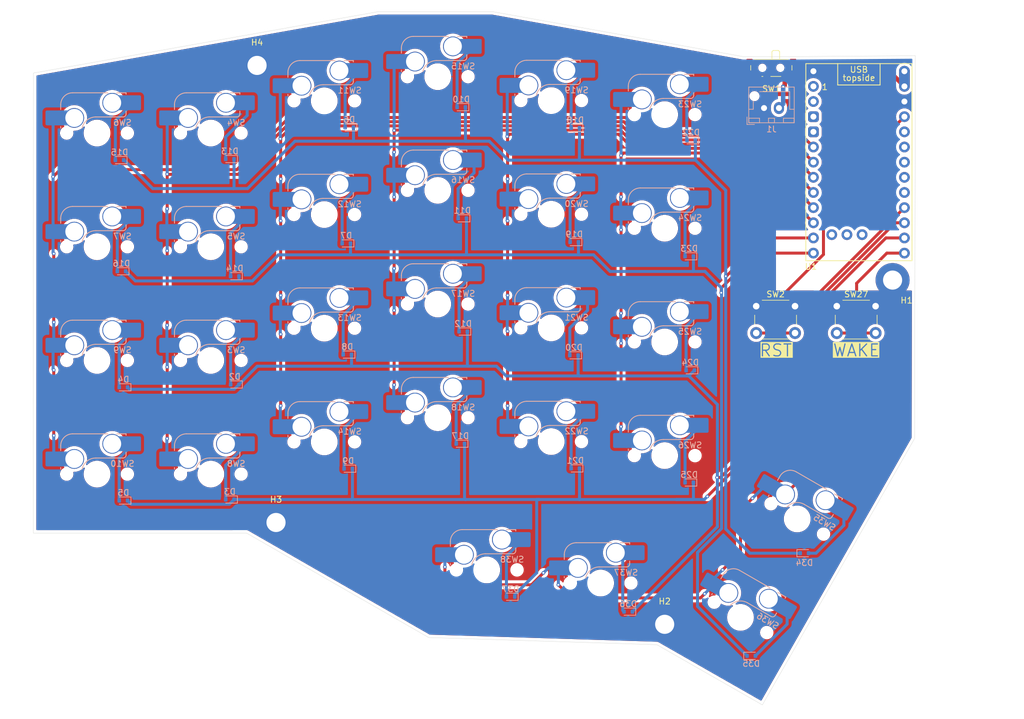
<source format=kicad_pcb>
(kicad_pcb (version 20241229) (generator "pcbnew") (generator_version "9.0")
  (layers (0 "F.Cu" signal) (2 "B.Cu" signal) (13 "F.Paste" user) (15 "B.Paste" user) (5 "F.SilkS" user "F.Silkscreen") (7 "B.SilkS" user "B.Silkscreen") (1 "F.Mask" user) (3 "B.Mask" user) (25 "Edge.Cuts" user))
  (net 0 "")
  (net 1 "GND")
  (net 2 "+BATT")
  (net 3 "Net-(SW1-B)")
  (net 5 "WAKE")
  (net 6 "row2")
  (net 7 "Net-(D2-A)")
  (net 8 "Net-(D3-A)")
  (net 9 "row3")
  (net 10 "Net-(D4-A)")
  (net 11 "Net-(D5-A)")
  (net 12 "row0")
  (net 13 "Net-(D6-A)")
  (net 14 "row1")
  (net 15 "Net-(D7-A)")
  (net 16 "Net-(D8-A)")
  (net 17 "Net-(D9-A)")
  (net 18 "Net-(D10-A)")
  (net 19 "Net-(D11-A)")
  (net 20 "Net-(D12-A)")
  (net 21 "Net-(D13-A)")
  (net 22 "Net-(D14-A)")
  (net 23 "Net-(D15-A)")
  (net 24 "Net-(D16-A)")
  (net 25 "Net-(D17-A)")
  (net 26 "Net-(D18-A)")
  (net 27 "Net-(D19-A)")
  (net 28 "Net-(D20-A)")
  (net 29 "Net-(D21-A)")
  (net 30 "Net-(D22-A)")
  (net 31 "Net-(D23-A)")
  (net 32 "Net-(D24-A)")
  (net 33 "Net-(D25-A)")
  (net 34 "Net-(D34-A)")
  (net 35 "Net-(D35-A)")
  (net 36 "Net-(D36-A)")
  (net 37 "Net-(D37-A)")
  (net 38 "RST")
  (net 47 "col0")
  (net 48 "col1")
  (net 49 "col2")
  (net 50 "col3")
  (net 51 "col5")
  (net 52 "col6")
  (net 53 "col4")
  (footprint "Button_Switch_THT:SW_PUSH_6mm_H5mm" (layer "F.Cu") (at 191.1313 82.807)
    (property "Reference" "SW2")
    (property "Value" "SW_Push")
  )
  (footprint "MountingHole:MountingHole_3.2mm_M3_ISO7380_Pad" (layer "F.Cu") (at 107.54635 42.46295)
    (property "Reference" "H4")
    (property "Value" "MountingHole_Pad")
  )
  (footprint "Button_Switch_THT:SW_PUSH_6mm_H5mm" (layer "F.Cu") (at 204.6242 82.807)
    (property "Reference" "SW27")
    (property "Value" "SW_Push")
  )
  (footprint "MountingHole:MountingHole_3.2mm_M3_ISO7380_Pad" (layer "F.Cu") (at 175.80455 136.11955)
    (property "Reference" "H2")
    (property "Value" "MountingHole_Pad")
  )
  (footprint "MountingHole:MountingHole_3.2mm_M3_ISO7380_Pad" (layer "F.Cu") (at 213.9696 78.4352)
    (property "Reference" "H1")
    (property "Value" "MountingHole_Pad")
  )
  (footprint "MountingHole:MountingHole_3.2mm_M3_ISO7380_Pad" (layer "F.Cu") (at 110.72115 119.055)
    (property "Reference" "H3")
    (property "Value" "MountingHole_Pad")
  )
  (footprint "PCM_marbastlib-xp-promicroish:SuperMini_nRF52840_AH_USBup" (layer "F.Cu") (at 208.3308 59.944)
    (property "Reference" "U1")
    (property "Value" "SuperMini nRF52840")
  )
  (footprint "Button_Switch_SMD:SW_SPDT_PCM12" (layer "F.Cu") (at 193.6628 43.1898 180)
    (property "Reference" "SW1")
    (property "Value" "SW_SPDT")
  )
  (footprint "Diode_SMD:D_SOD-523" (layer "B.Cu") (at 199.2 124.2)
    (property "Reference" "D34")
    (property "Value" "1N4148WT")
  )
  (footprint "PCM_marbastlib-mx:SW_MX_HS_CPG151101S11_1u" (layer "B.Cu") (at 175.800176 69.75 180)
    (property "Reference" "SW24")
    (property "Value" "MX_SW_HS")
  )
  (footprint "Diode_SMD:D_SOD-523" (layer "B.Cu") (at 141.742528 49.456 180)
    (property "Reference" "D10")
    (property "Value" "1N4148WT")
  )
  (footprint "PCM_marbastlib-mx:SW_MX_HS_CPG151101S11_1u" (layer "B.Cu") (at 118.8 67.45 180)
    (property "Reference" "SW12")
    (property "Value" "MX_SW_HS")
  )
  (footprint "PCM_marbastlib-mx:SW_MX_HS_CPG151101S11_1u" (layer "B.Cu") (at 198 118.46 150)
    (property "Reference" "SW35")
    (property "Value" "MX_SW_HS")
  )
  (footprint "PCM_marbastlib-mx:SW_MX_HS_CPG151101S11_1u" (layer "B.Cu") (at 99.8 110.95 180)
    (property "Reference" "SW8")
    (property "Value" "MX_SW_HS")
  )
  (footprint "PCM_marbastlib-mx:SW_MX_HS_CPG151101S11_1u" (layer "B.Cu") (at 118.8 86.5 180)
    (property "Reference" "SW13")
    (property "Value" "MX_SW_HS")
  )
  (footprint "PCM_marbastlib-mx:SW_MX_HS_CPG151101S11_1u" (layer "B.Cu") (at 137.8 63.4 180)
    (property "Reference" "SW16")
    (property "Value" "MX_SW_HS")
  )
  (footprint "PCM_marbastlib-mx:SW_MX_HS_CPG151101S11_1u" (layer "B.Cu") (at 175.8 88.8 180)
    (property "Reference" "SW25")
    (property "Value" "MX_SW_HS")
  )
  (footprint "Connector_JST:JST_XH_B2B-XH-AM_1x02_P2.50mm_Vertical" (layer "B.Cu") (at 192.44075 49.60625)
    (property "Reference" "J1")
    (property "Value" "Conn_01x02")
  )
  (footprint "Diode_SMD:D_SOD-523" (layer "B.Cu") (at 160.667352 72.067 180)
    (property "Reference" "D19")
    (property "Value" "1N4148WT")
  )
  (footprint "Diode_SMD:D_SOD-523" (layer "B.Cu") (at 180.092528 93.554 180)
    (property "Reference" "D24")
    (property "Value" "1N4148WT")
  )
  (footprint "Diode_SMD:D_SOD-523" (layer "B.Cu") (at 179.917528 74.454 180)
    (property "Reference" "D23")
    (property "Value" "1N4148WT")
  )
  (footprint "Diode_SMD:D_SOD-523" (layer "B.Cu") (at 141.917528 68.081 180)
    (property "Reference" "D11")
    (property "Value" "1N4148WT")
  )
  (footprint "PCM_marbastlib-mx:SW_MX_HS_CPG151101S11_1u" (layer "B.Cu") (at 175.800176 107.85 180)
    (property "Reference" "SW26")
    (property "Value" "MX_SW_HS")
  )
  (footprint "PCM_marbastlib-mx:SW_MX_HS_CPG151101S11_1u" (layer "B.Cu") (at 156.8 86.45 180)
    (property "Reference" "SW21")
    (property "Value" "MX_SW_HS")
  )
  (footprint "PCM_marbastlib-mx:SW_MX_HS_CPG151101S11_1u" (layer "B.Cu") (at 165.08 129.2 180)
    (property "Reference" "SW37")
    (property "Value" "MX_SW_HS")
  )
  (footprint "Diode_SMD:D_SOD-523" (layer "B.Cu") (at 169.7 134 180)
    (property "Reference" "D36")
    (property "Value" "1N4148WT")
  )
  (footprint "PCM_marbastlib-mx:SW_MX_HS_CPG151101S11_1u" (layer "B.Cu") (at 80.750176 72.85 180)
    (property "Reference" "SW7")
    (property "Value" "MX_SW_HS")
  )
  (footprint "PCM_marbastlib-mx:SW_MX_HS_CPG151101S11_1u" (layer "B.Cu") (at 156.799824 67.4 180)
    (property "Reference" "SW20")
    (property "Value" "MX_SW_HS")
  )
  (footprint "Diode_SMD:D_SOD-523" (layer "B.Cu") (at 142.067528 87.056 180)
    (property "Reference" "D12")
    (property "Value" "1N4148WT")
  )
  (footprint "PCM_marbastlib-mx:SW_MX_HS_CPG151101S11_1u" (layer "B.Cu") (at 146 127 180)
    (property "Reference" "SW38")
    (property "Value" "MX_SW_HS")
  )
  (footprint "Diode_SMD:D_SOD-523" (layer "B.Cu") (at 160.617352 91.042 180)
    (property "Reference" "D20")
    (property "Value" "1N4148WT")
  )
  (footprint "Diode_SMD:D_SOD-523" (layer "B.Cu") (at 122.667352 90.917 180)
    (property "Reference" "D8")
    (property "Value" "1N4148WT")
  )
  (footprint "PCM_marbastlib-mx:SW_MX_HS_CPG151101S11_1u" (layer "B.Cu") (at 156.799824 48.35 180)
    (property "Reference" "SW19")
    (property "Value" "MX_SW_HS")
  )
  (footprint "PCM_marbastlib-mx:SW_MX_HS_CPG151101S11_1u" (layer "B.Cu") (at 137.8 82.45 180)
    (property "Reference" "SW17")
    (property "Value" "MX_SW_HS")
  )
  (footprint "Diode_SMD:D_SOD-523" (layer "B.Cu") (at 179.917528 112.354 180)
    (property "Reference" "D25")
    (property "Value" "1N4148WT")
  )
  (footprint "Diode_SMD:D_SOD-523" (layer "B.Cu") (at 85.167528 115.379 180)
    (property "Reference" "D5")
    (property "Value" "1N4148WT")
  )
  (footprint "Diode_SMD:D_SOD-523" (layer "B.Cu") (at 103.817528 95.929 180)
    (property "Reference" "D2")
    (property "Value" "1N4148WT")
  )
  (footprint "Diode_SMD:D_SOD-523" (layer "B.Cu") (at 102.992528 58.154 180)
    (property "Reference" "D13")
    (property "Value" "1N4148WT")
  )
  (footprint "Diode_SMD:D_SOD-523" (layer "B.Cu") (at 160.842352 109.992 180)
    (property "Reference" "D21")
    (property "Value" "1N4148WT")
  )
  (footprint "PCM_marbastlib-mx:SW_MX_HS_CPG151101S11_1u" (layer "B.Cu") (at 188.5 134.96 150)
    (property "Reference" "SW36")
    (property "Value" "MX_SW_HS")
  )
  (footprint "PCM_marbastlib-mx:SW_MX_HS_CPG151101S11_1u" (layer "B.Cu") (at 80.750176 91.9 180)
    (property "Reference" "SW9")
    (property "Value" "MX_SW_HS")
  )
  (footprint "Diode_SMD:D_SOD-523" (layer "B.Cu") (at 102.992528 115.204 180)
    (property "Reference" "D3")
    (property "Value" "1N4148WT")
  )
  (footprint "Diode_SMD:D_SOD-523" (layer "B.Cu") (at 141.592528 105.856 180)
    (property "Reference" "D17")
    (property "Value" "1N4148WT")
  )
  (footprint "Diode_SMD:D_SOD-523" (layer "B.Cu") (at 103.817528 77.779 180)
    (property "Reference" "D14")
    (property "Value" "1N4148WT")
  )
  (footprint "PCM_marbastlib-mx:SW_MX_HS_CPG151101S11_1u" (layer "B.Cu") (at 156.8 105.5 180)
    (property "Reference" "SW22")
    (property "Value" "MX_SW_HS")
  )
  (footprint "Diode_SMD:D_SOD-523" (layer "B.Cu") (at 85.167528 96.404 180)
    (property "Reference" "D4")
    (property "Value" "1N4148WT")
  )
  (footprint "PCM_marbastlib-mx:SW_MX_HS_CPG151101S11_1u" (layer "B.Cu") (at 80.750176 53.8 180)
    (property "Reference" "SW6")
    (property "Value" "MX_SW_HS")
  )
  (footprint "PCM_marbastlib-mx:SW_MX_HS_CPG151101S11_1u" (layer "B.Cu") (at 137.800176 101.5 180)
    (property "Reference" "SW18")
    (property "Value" "MX_SW_HS")
  )
  (footprint "Diode_SMD:D_SOD-523" (layer "B.Cu") (at 122.492352 72.292 180)
    (property "Reference" "D7")
    (property "Value" "1N4148WT")
  )
  (footprint "Diode_SMD:D_SOD-523" (layer "B.Cu") (at 122.992352 52.842 180)
    (property "Reference" "D6")
    (property "Value" "1N4148WT")
  )
  (footprint "PCM_marbastlib-mx:SW_MX_HS_CPG151101S11_1u" (layer "B.Cu") (at 99.800176 91.9 180)
    (property "Reference" "SW3")
    (property "Value" "MX_SW_HS")
  )
  (footprint "PCM_marbastlib-mx:SW_MX_HS_CPG151101S11_1u" (layer "B.Cu") (at 80.75 110.95 180)
    (property "Reference" "SW10")
    (property "Value" "MX_SW_HS")
  )
  (footprint "Diode_SMD:D_SOD-523" (layer "B.Cu") (at 150.005 131.5 180)
    (property "Reference" "D37")
    (property "Value" "1N4148WT")
  )
  (footprint "PCM_marbastlib-mx:SW_MX_HS_CPG151101S11_1u" (layer "B.Cu") (at 118.799824 105.55 180)
    (property "Reference" "SW14")
    (property "Value" "MX_SW_HS")
  )
  (footprint "PCM_marbastlib-mx:SW_MX_HS_CPG151101S11_1u" (layer "B.Cu") (at 99.8 53.8 180)
    (property "Reference" "SW4")
    (property "Value" "MX_SW_HS")
  )
  (footprint "PCM_marbastlib-mx:SW_MX_HS_CPG151101S11_1u" (layer "B.Cu") (at 175.800176 50.7 180)
    (property "Reference" "SW23")
    (property "Value" "MX_SW_HS")
  )
  (footprint "Diode_SMD:D_SOD-523" (layer "B.Cu") (at 122.817352 110.042 180)
    (property "Reference" "D9")
    (property "Value" "1N4148WT")
  )
  (footprint "Diode_SMD:D_SOD-523" (layer "B.Cu") (at 160.842352 52.942 180)
    (property "Reference" "D18")
    (property "Value" "1N4148WT")
  )
  (footprint "PCM_marbastlib-mx:SW_MX_HS_CPG151101S11_1u" (layer "B.Cu") (at 99.8 72.85 180)
    (property "Reference" "SW5")
    (property "Value" "MX_SW_HS")
  )
  (footprint "Diode_SMD:D_SOD-523" (layer "B.Cu") (at 84.517528 58.329 180)
    (property "Reference" "D15")
    (property "Value" "1N4148WT")
  )
  (footprint "Diode_SMD:D_SOD-523" (layer "B.Cu") (at 84.842528 76.954 180)
    (property "Reference" "D16")
    (property "Value" "1N4148WT")
  )
  (footprint "Diode_SMD:D_SOD-523" (layer "B.Cu") (at 180.242528 55.004 180)
    (property "Reference" "D22")
    (property "Value" "1N4148WT")
  )
  (footprint "Diode_SMD:D_SOD-523" (layer "B.Cu") (at 190.3 141.4)
    (property "Reference" "D35")
    (property "Value" "1N4148WT")
  )
  (footprint "PCM_marbastlib-mx:SW_MX_HS_CPG151101S11_1u" (layer "B.Cu") (at 137.800176 44.35 180)
    (property "Reference" "SW15")
    (property "Value" "MX_SW_HS")
  )
  (footprint "PCM_marbastlib-mx:SW_MX_HS_CPG151101S11_1u" (layer "B.Cu") (at 118.8 48.4 180)
    (property "Reference" "SW11")
    (property "Value" "MX_SW_HS")
  )
  (gr_poly (pts (xy 192.164 149.62605) (xy 174.504 139.5388) (xy 136.304 138.3388) (xy 105.804 120.8388) (xy 70.0816 120.8416) (xy 70.104 43.7388) (xy 127.904 33.4388) (xy 146.904 33.4388) (xy 188.924001 40.9813) (xy 198.024001 40.9813) (xy 217.7808 40.8356) (xy 217.6556 104.992)) (stroke (width 0.05)) (fill no) (layer "Edge.Cuts"))
  (gr_text "RST\n" (at 191.567014 91.3892 0) (layer "F.SilkS" knockout) (effects (font (size 2 2) (thickness 0.2)) (justify left bottom)))
  (gr_text "WAKE" (at 203.869438 91.3892 0) (layer "F.SilkS" knockout) (effects (font (size 2 2) (thickness 0.2)) (justify left bottom)))
  (segment (start 195.9128 45.76885) (end 195.64705 46.0346) (width 0.75) (layer "F.Cu") (net 2))
  (segment (start 195.9128 44.6198) (end 195.9128 45.76885) (width 0.75) (layer "F.Cu") (net 2))
  (via (at 195.64705 46.0346) (size 0.6) (drill 0.3) (layers "F.Cu" "B.Cu") (net 2))
  (segment (start 195.64705 48.89995) (end 194.94075 49.60625) (width 0.75) (layer "B.Cu") (net 2))
  (segment (start 195.64705 46.0346) (end 195.64705 48.89995) (width 0.75) (layer "B.Cu") (net 2))
  (segment (start 197.6313 47.22515) (end 198.82185 46.0346) (width 0.75) (layer "F.Cu") (net 3))
  (segment (start 194.05965 47.22515) (end 197.6313 47.22515) (width 0.75) (layer "F.Cu") (net 3))
  (segment (start 201.592558 41.959) (end 201.746758 42.1132) (width 0.75) (layer "F.Cu") (net 3))
  (segment (start 198.82185 46.0346) (end 198.82185 42.714571) (width 0.75) (layer "F.Cu") (net 3))
  (segment (start 212.09 42.1132) (end 215.9508 45.974) (width 0.75) (layer "F.Cu") (net 3))
  (segment (start 201.746758 42.1132) (end 212.09 42.1132) (width 0.75) (layer "F.Cu") (net 3))
  (segment (start 198.82185 42.714571) (end 199.577421 41.959) (width 0.75) (layer "F.Cu") (net 3))
  (segment (start 199.577421 41.959) (end 201.592558 41.959) (width 0.75) (layer "F.Cu") (net 3))
  (segment (start 192.9128 46.0783) (end 194.05965 47.22515) (width 0.75) (layer "F.Cu") (net 3))
  (segment (start 192.9128 44.6198) (end 192.9128 46.0783) (width 0.75) (layer "F.Cu") (net 3))
  (segment (start 204.6242 87.307) (end 207.9494 87.307) (width 0.5) (layer "F.Cu") (net 5))
  (segment (start 207.9494 87.307) (end 207.9494 78.97315) (width 0.5) (layer "F.Cu") (net 5))
  (segment (start 207.9494 87.307) (end 211.1242 87.307) (width 0.5) (layer "F.Cu") (net 5))
  (segment (start 207.9494 78.97315) (end 213.00855 73.914) (width 0.5) (layer "F.Cu") (net 5))
  (segment (start 213.00855 73.914) (end 215.9508 73.914) (width 0.5) (layer "F.Cu") (net 5))
  (segment (start 200.59665 81.64815) (end 215.9508 66.294) (width 0.5) (layer "F.Cu") (net 6))
  (segment (start 184.57895 111.51485) (end 185.1327 111.51485) (width 0.5) (layer "F.Cu") (net 6))
  (segment (start 185.1327 111.51485) (end 200.59665 96.0509) (width 0.5) (layer "F.Cu") (net 6))
  (segment (start 200.59665 96.0509) (end 200.59665 81.64815) (width 0.5) (layer "F.Cu") (net 6))
  (via (at 184.57895 111.51485) (size 0.6) (drill 0.3) (layers "F.Cu" "B.Cu") (net 6))
  (segment (start 142.767528 92.764428) (end 142.866 92.8629) (width 0.5) (layer "B.Cu") (net 6))
  (segment (start 123.42035 92.8629) (end 107.583628 92.8629) (width 0.5) (layer "B.Cu") (net 6))
  (segment (start 123.367352 90.917) (end 123.367352 92.809902) (width 0.5) (layer "B.Cu") (net 6))
  (segment (start 103.717528 96.729) (end 104.517528 95.929) (width 0.5) (layer "B.Cu") (net 6))
  (segment (start 184.62895 119.77105) (end 184.62895 99.282422) (width 0.5) (layer "B.Cu") (net 6))
  (segment (start 142.767528 87.056) (end 142.767528 92.764428) (width 0.5) (layer "B.Cu") (net 6))
  (segment (start 179.846528 94.5) (end 180.792528 93.554) (width 0.5) (layer "B.Cu") (net 6))
  (segment (start 86.192528 96.729) (end 103.717528 96.729) (width 0.5) (layer "B.Cu") (net 6))
  (segment (start 142.866 92.8629) (end 123.42035 92.8629) (width 0.5) (layer "B.Cu") (net 6))
  (segment (start 161.51795 94.5) (end 149.2653 94.5) (width 0.5) (layer "B.Cu") (net 6))
  (segment (start 123.367352 92.809902) (end 123.42035 92.8629) (width 0.5) (layer "B.Cu") (net 6))
  (segment (start 149.2653 94.5) (end 147.6282 92.8629) (width 0.5) (layer "B.Cu") (net 6))
  (segment (start 184.62895 99.282422) (end 179.846528 94.5) (width 0.5) (layer "B.Cu") (net 6))
  (segment (start 170.4 134) (end 184.62895 119.77105) (width 0.5) (layer "B.Cu") (net 6))
  (segment (start 107.583628 92.8629) (end 104.517528 95.929) (width 0.5) (layer "B.Cu") (net 6))
  (segment (start 161.317352 94.299402) (end 161.51795 94.5) (width 0.5) (layer "B.Cu") (net 6))
  (segment (start 85.867528 96.404) (end 86.192528 96.729) (width 0.5) (layer "B.Cu") (net 6))
  (segment (start 161.317352 91.042) (end 161.317352 94.299402) (width 0.5) (layer "B.Cu") (net 6))
  (segment (start 179.846528 94.5) (end 161.51795 94.5) (width 0.5) (layer "B.Cu") (net 6))
  (segment (start 147.6282 92.8629) (end 142.866 92.8629) (width 0.5) (layer "B.Cu") (net 6))
  (segment (start 105.890176 86.82) (end 103.117528 89.592648) (width 0.5) (layer "B.Cu") (net 7))
  (segment (start 103.117528 89.592648) (end 103.117528 95.929) (width 0.5) (layer "B.Cu") (net 7))
  (segment (start 102.2939 109.4661) (end 102.2939 115.202628) (width 0.5) (layer "B.Cu") (net 8))
  (segment (start 105.89 105.87) (end 102.2939 109.4661) (width 0.5) (layer "B.Cu") (net 8))
  (segment (start 102.2939 115.202628) (end 102.292528 115.204) (width 0.5) (layer "B.Cu") (net 8))
  (segment (start 214.40075 68.834) (end 215.9508 68.834) (width 0.5) (layer "F.Cu") (net 9))
  (segment (start 201.29665 81.9381) (end 214.40075 68.834) (width 0.5) (layer "F.Cu") (net 9))
  (segment (start 201.29665 96.34085) (end 201.29665 81.9381) (width 0.5) (layer "F.Cu") (net 9))
  (segment (start 182.94785 114.68965) (end 201.29665 96.34085) (width 0.5) (layer "F.Cu") (net 9))
  (via (at 182.94785 114.68965) (size 0.6) (drill 0.3) (layers "F.Cu" "B.Cu") (net 9))
  (segment (start 180.617528 112.354) (end 180.617528 115.153222) (width 0.5) (layer "B.Cu") (net 9))
  (segment (start 182.4335 115.204) (end 177.767528 115.204) (width 0.5) (layer "B.Cu") (net 9))
  (segment (start 180.617528 115.153222) (end 180.56675 115.204) (width 0.5) (layer "B.Cu") (net 9))
  (segment (start 161.542352 109.992) (end 161.542352 115.179598) (width 0.5) (layer "B.Cu") (net 9))
  (segment (start 123.517352 115.106998) (end 123.42035 115.204) (width 0.5) (layer "B.Cu") (net 9))
  (segment (start 123.42035 115.204) (end 103.692528 115.204) (width 0.5) (layer "B.Cu") (net 9))
  (segment (start 150.705 131.150001) (end 154.37465 127.480351) (width 0.5) (layer "B.Cu") (net 9))
  (segment (start 154.37465 115.204) (end 154.7715 115.204) (width 0.5) (layer "B.Cu") (net 9))
  (segment (start 123.517352 110.042) (end 123.517352 115.106998) (width 0.5) (layer "B.Cu") (net 9))
  (segment (start 142.292528 105.856) (end 142.292528 115.027378) (width 0.5) (layer "B.Cu") (net 9))
  (segment (start 182.94785 114.68965) (end 182.4335 115.204) (width 0.5) (layer "B.Cu") (net 9))
  (segment (start 154.37465 127.480351) (end 154.37465 115.204) (width 0.5) (layer "B.Cu") (net 9))
  (segment (start 86.492528 116.004) (end 102.892528 116.004) (width 0.5) (layer "B.Cu") (net 9))
  (segment (start 150.705 131.5) (end 150.705 131.150001) (width 0.5) (layer "B.Cu") (net 9))
  (segment (start 154.7715 115.204) (end 142.46915 115.204) (width 0.5) (layer "B.Cu") (net 9))
  (segment (start 102.892528 116.004) (end 103.692528 115.204) (width 0.5) (layer "B.Cu") (net 9))
  (segment (start 161.51795 115.204) (end 154.7715 115.204) (width 0.5) (layer "B.Cu") (net 9))
  (segment (start 177.767528 115.204) (end 161.51795 115.204) (width 0.5) (layer "B.Cu") (net 9))
  (segment (start 142.46915 115.204) (end 123.42035 115.204) (width 0.5) (layer "B.Cu") (net 9))
  (segment (start 180.56675 115.204) (end 177.767528 115.204) (width 0.5) (layer "B.Cu") (net 9))
  (segment (start 161.542352 115.179598) (end 161.51795 115.204) (width 0.5) (layer "B.Cu") (net 9))
  (segment (start 142.292528 115.027378) (end 142.46915 115.204) (width 0.5) (layer "B.Cu") (net 9))
  (segment (start 85.867528 115.379) (end 86.492528 116.004) (width 0.5) (layer "B.Cu") (net 9))
  (segment (start 84.455176 89.205) (end 84.455176 96.391648) (width 0.5) (layer "B.Cu") (net 10))
  (segment (start 86.840176 86.82) (end 84.455176 89.205) (width 0.5) (layer "B.Cu") (net 10))
  (segment (start 84.455176 96.391648) (end 84.467528 96.404) (width 0.5) (layer "B.Cu") (net 10))
  (segment (start 84.455 115.366472) (end 84.467528 115.379) (width 0.5) (layer "B.Cu") (net 11))
  (segment (start 86.84 105.87) (end 84.455 108.255) (width 0.5) (layer "B.Cu") (net 11))
  (segment (start 84.455 108.255) (end 84.455 115.366472) (width 0.5) (layer "B.Cu") (net 11))
  (segment (start 186.12265 77.7826) (end 192.53125 71.374) (width 0.5) (layer "F.Cu") (net 12))
  (segment (start 186.02895 77.7826) (end 186.12265 77.7826) (width 0.5) (layer "F.Cu") (net 12))
  (segment (start 192.53125 71.374) (end 200.7108 71.374) (width 0.5) (layer "F.Cu") (net 12))
  (via (at 186.02895 77.7826) (size 0.6) (drill 0.3) (layers "F.Cu" "B.Cu") (net 12))
  (segment (start 103.692528 58.154) (end 103.692528 62.984472) (width 0.5) (layer "B.Cu") (net 12))
  (segment (start 103.692528 62.984472) (end 103.57785 63.09915) (width 0.5) (layer "B.Cu") (net 12))
  (segment (start 186.02895 77.7826) (end 186.02895 63.4023) (width 0.5) (layer "B.Cu") (net 12))
  (segment (start 113.89595 55.16215) (end 105.95895 63.09915) (width 0.5) (layer "B.Cu") (net 12))
  (segment (start 161.51795 58.33695) (end 149.61245 58.33695) (width 0.5) (layer "B.Cu") (net 12))
  (segment (start 123.692352 52.842) (end 123.692352 55.16215) (width 0.5) (layer "B.Cu") (net 12))
  (segment (start 142.99535 55.16215) (end 142.46915 55.16215) (width 0.5) (layer "B.Cu") (net 12))
  (segment (start 180.942528 55.004) (end 180.942528 58.315878) (width 0.5) (layer "B.Cu") (net 12))
  (segment (start 103.57785 63.09915) (end 90.08495 63.09915) (width 0.5) (layer "B.Cu") (net 12))
  (segment (start 146.43765 55.16215) (end 142.99535 55.16215) (width 0.5) (layer "B.Cu") (net 12))
  (segment (start 142.442528 55.135528) (end 142.442528 49.456) (width 0.5) (layer "B.Cu") (net 12))
  (segment (start 85.3148 58.329) (end 85.217528 58.329) (width 0.5) (layer "B.Cu") (net 12))
  (segment (start 186.02895 63.4023) (end 180.9636 58.33695) (width 0.5) (layer "B.Cu") (net 12))
  (segment (start 142.46915 55.16215) (end 142.442528 55.135528) (width 0.5) (layer "B.Cu") (net 12))
  (segment (start 161.542352 52.942) (end 161.542352 55.534598) (width 0.5) (layer "B.Cu") (net 12))
  (segment (start 180.942528 58.315878) (end 180.9636 58.33695) (width 0.5) (layer "B.Cu") (net 12))
  (segment (start 142.99535 55.16215) (end 113.89595 55.16215) (width 0.5) (layer "B.Cu") (net 12))
  (segment (start 180.9636 58.33695) (end 161.51795 58.33695) (width 0.5) (layer "B.Cu") (net 12))
  (segment (start 149.61245 58.33695) (end 146.43765 55.16215) (width 0.5) (layer "B.Cu") (net 12))
  (segment (start 161.51795 55.559) (end 161.51795 58.33695) (width 0.5) (layer "B.Cu") (net 12))
  (segment (start 186.02895 120.15185) (end 190.0771 124.2) (width 0.5) (layer "B.Cu") (net 12))
  (segment (start 186.02895 77.7826) (end 186.02895 120.15185) (width 0.5) (layer "B.Cu") (net 12))
  (segment (start 90.08495 63.09915) (end 85.3148 58.329) (width 0.5) (layer "B.Cu") (net 12))
  (segment (start 161.542352 55.534598) (end 161.51795 55.559) (width 0.5) (layer "B.Cu") (net 12))
  (segment (start 105.95895 63.09915) (end 103.57785 63.09915) (width 0.5) (layer "B.Cu") (net 12))
  (segment (start 190.0771 124.2) (end 198.5 124.2) (width 0.5) (layer "B.Cu") (net 12))
  (segment (start 122.292352 45.917648) (end 124.89 43.32) (width 0.5) (layer "B.Cu") (net 13))
  (segment (start 122.292352 52.842) (end 122.292352 45.917648) (width 0.5) (layer "B.Cu") (net 13))
  (segment (start 185.27895 80.56055) (end 185.27895 79.76685) (width 0.5) (layer "F.Cu") (net 14))
  (segment (start 191.1318 73.914) (end 200.7108 73.914) (width 0.5) (layer "F.Cu") (net 14))
  (segment (start 185.27895 79.76685) (end 191.1318 73.914) (width 0.5) (layer "F.Cu") (net 14))
  (via (at 185.27895 80.56055) (size 0.6) (drill 0.3) (layers "F.Cu" "B.Cu") (net 14))
  (segment (start 111.118 74.21095) (end 106.75265 78.5763) (width 0.5) (layer "B.Cu") (net 14))
  (segment (start 87.167528 78.579) (end 103.717528 78.579) (width 0.5) (layer "B.Cu") (net 14))
  (segment (start 104.7684 78.5763) (end 103.720228 78.5763) (width 0.5) (layer "B.Cu") (net 14))
  (segment (start 104.517528 78.325428) (end 104.7684 78.5763) (width 0.5) (layer "B.Cu") (net 14))
  (segment (start 180.617528 76.938122) (end 180.56675 76.9889) (width 0.5) (layer "B.Cu") (net 14))
  (segment (start 142.46915 74.21095) (end 123.0235 74.21095) (width 0.5) (layer "B.Cu") (net 14))
  (segment (start 142.617528 68.081) (end 142.617528 74.062572) (width 0.5) (layer "B.Cu") (net 14))
  (segment (start 161.367352 72.067) (end 161.367352 74.060352) (width 0.5) (layer "B.Cu") (net 14))
  (segment (start 161.367352 74.060352) (end 161.51795 74.21095) (width 0.5) (layer "B.Cu") (net 14))
  (segment (start 123.192352 72.292) (end 123.192352 74.042098) (width 0.5) (layer "B.Cu") (net 14))
  (segment (start 181.30566 124.08429) (end 185.32895 120.061) (width 0.5) (layer "B.Cu") (net 14))
  (segment (start 189.6 141.4) (end 181.30566 133.10566) (width 0.5) (layer "B.Cu") (net 14))
  (segment (start 181.30566 133.10566) (end 181.30566 124.08429) (width 0.5) (layer "B.Cu") (net 14))
  (segment (start 182.551 76.9889) (end 180.56675 76.9889) (width 0.5) (layer "B.Cu") (net 14))
  (segment (start 106.75265 78.5763) (end 104.7684 78.5763) (width 0.5) (layer "B.Cu") (net 14))
  (segment (start 142.617528 74.062572) (end 142.46915 74.21095) (width 0.5) (layer "B.Cu") (net 14))
  (segment (start 103.720228 78.5763) (end 103.717528 78.579) (width 0.5) (layer "B.Cu") (net 14))
  (segment (start 161.51795 74.21095) (end 142.46915 74.21095) (width 0.5) (layer "B.Cu") (net 14))
  (segment (start 123.0235 74.21095) (end 111.118 74.21095) (width 0.5) (layer "B.Cu") (net 14))
  (segment (start 104.517528 77.779) (end 104.517528 78.325428) (width 0.5) (layer "B.Cu") (net 14))
  (segment (start 123.192352 74.042098) (end 123.0235 74.21095) (width 0.5) (layer "B.Cu") (net 14))
  (segment (start 180.617528 74.454) (end 180.617528 76.938122) (width 0.5) (layer "B.Cu") (net 14))
  (segment (start 85.542528 76.954) (end 87.167528 78.579) (width 0.5) (layer "B.Cu") (net 14))
  (segment (start 185.32895 120.061) (end 185.32895 79.76685) (width 0.5) (layer "B.Cu") (net 14))
  (segment (start 166.677 76.9889) (end 163.89905 74.21095) (width 0.5) (layer "B.Cu") (net 14))
  (segment (start 185.32895 79.76685) (end 182.551 76.9889) (width 0.5) (layer "B.Cu") (net 14))
  (segment (start 163.89905 74.21095) (end 161.51795 74.21095) (width 0.5) (layer "B.Cu") (net 14))
  (segment (start 180.56675 76.9889) (end 166.677 76.9889) (width 0.5) (layer "B.Cu") (net 14))
  (segment (start 121.792352 65.467648) (end 121.792352 72.292) (width 0.5) (layer "B.Cu") (net 15))
  (segment (start 124.89 62.37) (end 121.792352 65.467648) (width 0.5) (layer "B.Cu") (net 15))
  (segment (start 121.967352 84.342648) (end 121.967352 90.917) (width 0.5) (layer "B.Cu") (net 16))
  (segment (start 124.89 81.42) (end 121.967352 84.342648) (width 0.5) (layer "B.Cu") (net 16))
  (segment (start 122.117352 103.242472) (end 122.117352 110.042) (width 0.5) (layer "B.Cu") (net 17))
  (segment (start 124.889824 100.47) (end 122.117352 103.242472) (width 0.5) (layer "B.Cu") (net 17))
  (segment (start 141.042528 42.117648) (end 143.890176 39.27) (width 0.5) (layer "B.Cu") (net 18))
  (segment (start 141.042528 49.456) (end 141.042528 42.117648) (width 0.5) (layer "B.Cu") (net 18))
  (segment (start 143.89 60.445456) (end 141.217528 63.117928) (width 0.5) (layer "B.Cu") (net 19))
  (segment (start 141.217528 63.117928) (end 141.217528 68.081) (width 0.5) (layer "B.Cu") (net 19))
  (segment (start 143.89 58.32) (end 143.89 60.445456) (width 0.5) (layer "B.Cu") (net 19))
  (segment (start 143.89 77.37) (end 141.367528 79.892472) (width 0.5) (layer "B.Cu") (net 20))
  (segment (start 141.367528 79.892472) (end 141.367528 87.056) (width 0.5) (layer "B.Cu") (net 20))
  (segment (start 102.292528 58.154) (end 102.292528 54.442928) (width 0.5) (layer "B.Cu") (net 21))
  (segment (start 105.89 50.845456) (end 105.89 48.72) (width 0.5) (layer "B.Cu") (net 21))
  (segment (start 102.292528 54.442928) (end 105.89 50.845456) (width 0.5) (layer "B.Cu") (net 21))
  (segment (start 105.89 67.77) (end 103.117528 70.542472) (width 0.5) (layer "B.Cu") (net 22))
  (segment (start 103.117528 70.542472) (end 103.117528 77.779) (width 0.5) (layer "B.Cu") (net 22))
  (segment (start 83.817528 51.742648) (end 83.817528 58.329) (width 0.5) (layer "B.Cu") (net 23))
  (segment (start 86.840176 48.72) (end 83.817528 51.742648) (width 0.5) (layer "B.Cu") (net 23))
  (segment (start 84.142528 76.954) (end 84.142528 70.467648) (width 0.5) (layer "B.Cu") (net 24))
  (segment (start 84.142528 70.467648) (end 86.840176 67.77) (width 0.5) (layer "B.Cu") (net 24))
  (segment (start 140.892528 99.417648) (end 140.892528 105.856) (width 0.5) (layer "B.Cu") (net 25))
  (segment (start 143.890176 96.42) (end 140.892528 99.417648) (width 0.5) (layer "B.Cu") (net 25))
  (segment (start 160.142352 46.017472) (end 162.889824 43.27) (width 0.5) (layer "B.Cu") (net 26))
  (segment (start 160.142352 52.942) (end 160.142352 46.017472) (width 0.5) (layer "B.Cu") (net 26))
  (segment (start 159.967352 65.242472) (end 159.967352 72.067) (width 0.5) (layer "B.Cu") (net 27))
  (segment (start 162.889824 62.32) (end 159.967352 65.242472) (width 0.5) (layer "B.Cu") (net 27))
  (segment (start 159.917352 91.042) (end 159.917352 86.468104) (width 0.5) (layer "B.Cu") (net 28))
  (segment (start 162.89 83.495456) (end 162.89 81.37) (width 0.5) (layer "B.Cu") (net 28))
  (segment (start 159.917352 86.468104) (end 162.89 83.495456) (width 0.5) (layer "B.Cu") (net 28))
  (segment (start 160.142352 103.167648) (end 160.142352 109.992) (width 0.5) (layer "B.Cu") (net 29))
  (segment (start 162.89 100.42) (end 160.142352 103.167648) (width 0.5) (layer "B.Cu") (net 29))
  (segment (start 179.542528 55.004) (end 179.505176 54.966648) (width 0.5) (layer "B.Cu") (net 30))
  (segment (start 179.505176 54.966648) (end 179.505176 48.005) (width 0.5) (layer "B.Cu") (net 30))
  (segment (start 179.505176 48.005) (end 181.890176 45.62) (width 0.5) (layer "B.Cu") (net 30))
  (segment (start 179.217528 67.342648) (end 179.217528 74.454) (width 0.5) (layer "B.Cu") (net 31))
  (segment (start 181.890176 64.67) (end 179.217528 67.342648) (width 0.5) (layer "B.Cu") (net 31))
  (segment (start 179.392528 93.554) (end 179.392528 86.217472) (width 0.5) (layer "B.Cu") (net 32))
  (segment (start 179.392528 86.217472) (end 181.89 83.72) (width 0.5) (layer "B.Cu") (net 32))
  (segment (start 181.890176 102.77) (end 179.217528 105.442648) (width 0.5) (layer "B.Cu") (net 33))
  (segment (start 179.217528 105.442648) (end 179.217528 112.354) (width 0.5) (layer "B.Cu") (net 33))
  (segment (start 201.143953 124.2) (end 205.814095 119.529858) (width 0.5) (layer "B.Cu") (net 34))
  (segment (start 205.814095 119.529858) (end 205.814095 117.105591) (width 0.5) (layer "B.Cu") (net 34))
  (segment (start 199.9 124.2) (end 201.143953 124.2) (width 0.5) (layer "B.Cu") (net 34))
  (segment (start 196.314095 136.085905) (end 191 141.4) (width 0.5) (layer "B.Cu") (net 35))
  (segment (start 196.314095 133.605591) (end 196.314095 136.085905) (width 0.5) (layer "B.Cu") (net 35))
  (segment (start 169.42 124.12) (end 168.785 124.755) (width 0.5) (layer "B.Cu") (net 36))
  (segment (start 168.785 133.785) (end 169 134) (width 0.5) (layer "B.Cu") (net 36))
  (segment (start 168.785 124.755) (end 168.785 133.785) (width 0.5) (layer "B.Cu") (net 36))
  (segment (start 149.305 124.705) (end 149.305 131.5) (width 0.5) (layer "B.Cu") (net 37))
  (segment (start 152.09 121.92) (end 149.305 124.705) (width 0.5) (layer "B.Cu") (net 37))
  (segment (start 197.6313 87.307) (end 194.85335 87.307) (width 0.5) (layer "F.Cu") (net 38))
  (segment (start 202.3935 74.140489) (end 202.3935 64.6113) (width 0.5) (layer "F.Cu") (net 38))
  (segment (start 202.3935 64.6113) (end 215.9508 51.054) (width 0.5) (layer "F.Cu") (net 38))
  (segment (start 194.85335 87.307) (end 191.1313 87.307) (width 0.5) (layer "F.Cu") (net 38))
  (segment (start 194.85335 87.307) (end 194.85335 81.680639) (width 0.5) (layer "F.Cu") (net 38))
  (segment (start 194.85335 81.680639) (end 202.3935 74.140489) (width 0.5) (layer "F.Cu") (net 38))
  (segment (start 196.2895 54.2527) (end 200.7108 58.674) (width 0.5) (layer "F.Cu") (net 47))
  (segment (start 92.5 86) (end 92.5 73.5) (width 0.5) (layer "F.Cu") (net 47))
  (segment (start 171.32345 54.2527) (end 196.2895 54.2527) (width 0.5) (layer "F.Cu") (net 47))
  (segment (start 92.5 66.5) (end 92.5 60.67435) (width 0.5) (layer "F.Cu") (net 47))
  (segment (start 92.5 105) (end 92.5 93) (width 0.5) (layer "F.Cu") (net 47))
  (segment (start 92.5 60.67435) (end 92.5437 60.71805) (width 0.5) (layer "F.Cu") (net 47))
  (segment (start 113.19595 51.89365) (end 168.9644 51.89365) (width 0.5) (layer "F.Cu") (net 47))
  (segment (start 168.9644 51.89365) (end 171.32345 54.2527) (width 0.5) (layer "F.Cu") (net 47))
  (segment (start 92.5437 60.71805) (end 104.37155 60.71805) (width 0.5) (layer "F.Cu") (net 47))
  (segment (start 104.37155 60.71805) (end 113.19595 51.89365) (width 0.5) (layer "F.Cu") (net 47))
  (via (at 92.5 105) (size 0.6) (drill 0.3) (layers "F.Cu" "B.Cu") (net 47))
  (via (at 92.5 93) (size 0.6) (drill 0.3) (layers "F.Cu" "B.Cu") (net 47))
  (via (at 92.5 66.5) (size 0.6) (drill 0.3) (layers "F.Cu" "B.Cu") (net 47))
  (via (at 92.5 86) (size 0.6) (drill 0.3) (layers "F.Cu" "B.Cu") (net 47))
  (via (at 92.5 60.67435) (size 0.6) (drill 0.3) (layers "F.Cu" "B.Cu") (net 47))
  (via (at 92.5 73.5) (size 0.6) (drill 0.3) (layers "F.Cu" "B.Cu") (net 47))
  (segment (start 92.5 93) (end 92.5 89.419824) (width 0.5) (layer "B.Cu") (net 47))
  (segment (start 92.44 66.56) (end 92.5 66.5) (width 0.5) (layer "B.Cu") (net 47))
  (segment (start 92.44 108.41) (end 92.44 105.06) (width 0.5) (layer "B.Cu") (net 47))
  (segment (start 92.44 70.31) (end 92.44 66.56) (width 0.5) (layer "B.Cu") (net 47))
  (segment (start 92.5 70.37) (end 92.44 70.31) (width 0.5) (layer "B.Cu") (net 47))
  (segment (start 92.440176 89.36) (end 92.440176 86.059824) (width 0.5) (layer "B.Cu") (net 47))
  (segment (start 92.5 73.5) (end 92.5 70.37) (width 0.5) (layer "B.Cu") (net 47))
  (segment (start 92.5 60.67435) (end 92.5 51.32) (width 0.5) (layer "B.Cu") (net 47))
  (segment (start 92.5 51.32) (end 92.44 51.26) (width 0.5) (layer "B.Cu") (net 47))
  (segment (start 92.44 105.06) (end 92.5 105) (width 0.5) (layer "B.Cu") (net 47))
  (segment (start 92.5 89.419824) (end 92.440176 89.36) (width 0.5) (layer "B.Cu") (net 47))
  (segment (start 92.440176 86.059824) (end 92.5 86) (width 0.5) (layer "B.Cu") (net 47))
  (segment (start 73.5 74) (end 73.5 85.5) (width 0.5) (layer "F.Cu") (net 48))
  (segment (start 198.1295 53.5527) (end 171.628332 53.5527) (width 0.5) (layer "F.Cu") (net 48))
  (segment (start 171.628332 53.5527) (end 169.269282 51.19365) (width 0.5) (layer "F.Cu") (net 48))
  (segment (start 200.7108 56.134) (end 198.1295 53.5527) (width 0.5) (layer "F.Cu") (net 48))
  (segment (start 74.580726 59.92435) (end 73.390176 61.1149) (width 0.5) (layer "F.Cu") (net 48))
  (segment (start 73.5 93.5) (end 73.5 104.5) (width 0.5) (layer "F.Cu") (net 48))
  (segment (start 112.906 51.19365) (end 104.1753 59.92435) (width 0.5) (layer "F.Cu") (net 48))
  (segment (start 104.1753 59.92435) (end 74.580726 59.92435) (width 0.5) (layer "F.Cu") (net 48))
  (segment (start 169.269282 51.19365) (end 112.906 51.19365) (width 0.5) (layer "F.Cu") (net 48))
  (via (at 73.390176 61.1149) (size 0.6) (drill 0.3) (layers "F.Cu" "B.Cu") (net 48))
  (via (at 73.5 85.5) (size 0.6) (drill 0.3) (layers "F.Cu" "B.Cu") (net 48))
  (via (at 73.5 93.5) (size 0.6) (drill 0.3) (layers "F.Cu" "B.Cu") (net 48))
  (via (at 73.5 104.5) (size 0.6) (drill 0.3) (layers "F.Cu" "B.Cu") (net 48))
  (via (at 73.5 74) (size 0.6) (drill 0.3) (layers "F.Cu" "B.Cu") (net 48))
  (segment (start 73.390176 70.31) (end 73.390176 73.890176) (width 0.5) (layer "B.Cu") (net 48))
  (segment (start 73.390176 61.1149) (end 73.390176 51.26) (width 0.5) (layer "B.Cu") (net 48))
  (segment (start 73.5 108.3) (end 73.39 108.41) (width 0.5) (layer "B.Cu") (net 48))
  (segment (start 73.390176 73.890176) (end 73.5 74) (width 0.5) (layer "B.Cu") (net 48))
  (segment (start 73.5 104.5) (end 73.5 108.3) (width 0.5) (layer "B.Cu") (net 48))
  (segment (start 73.390176 70.31) (end 73.390176 61.1149) (width 0.5) (layer "B.Cu") (net 48))
  (segment (start 73.390176 89.36) (end 73.390176 93.390176) (width 0.5) (layer "B.Cu") (net 48))
  (segment (start 73.390176 93.390176) (end 73.5 93.5) (width 0.5) (layer "B.Cu") (net 48))
  (segment (start 73.5 89.250176) (end 73.390176 89.36) (width 0.5) (layer "B.Cu") (net 48))
  (segment (start 73.5 85.5) (end 73.5 89.250176) (width 0.5) (layer "B.Cu") (net 48))
  (segment (start 171.0335 54.9527) (end 194.4495 54.9527) (width 0.5) (layer "F.Cu") (net 49))
  (segment (start 111.44 54.7653) (end 111.5 54.8253) (width 0.5) (layer "F.Cu") (net 49))
  (segment (start 113.4859 52.59365) (end 168.67445 52.59365) (width 0.5) (layer "F.Cu") (net 49))
  (segment (start 194.4495 54.9527) (end 200.7108 61.214) (width 0.5) (layer "F.Cu") (net 49))
  (segment (start 111.44 54.63955) (end 113.4859 52.59365) (width 0.5) (layer "F.Cu") (net 49))
  (segment (start 111.5 54.8253) (end 111.5 61.5) (width 0.5) (layer "F.Cu") (net 49))
  (segment (start 111.5 87.5) (end 111.5 99.5) (width 0.5) (layer "F.Cu") (net 49))
  (segment (start 111.5 68.5) (end 111.5 81) (width 0.5) (layer "F.Cu") (net 49))
  (segment (start 168.67445 52.59365) (end 171.0335 54.9527) (width 0.5) (layer "F.Cu") (net 49))
  (segment (start 111.44 54.7653) (end 111.44 54.63955) (width 0.5) (layer "F.Cu") (net 49))
  (via (at 111.5 61.5) (size 0.6) (drill 0.3) (layers "F.Cu" "B.Cu") (net 49))
  (via (at 111.5 81) (size 0.6) (drill 0.3) (layers "F.Cu" "B.Cu") (net 49))
  (via (at 111.5 68.5) (size 0.6) (drill 0.3) (layers "F.Cu" "B.Cu") (net 49))
  (via (at 111.5 99.5) (size 0.6) (drill 0.3) (layers "F.Cu" "B.Cu") (net 49))
  (via (at 111.44 54.7653) (size 0.6) (drill 0.3) (layers "F.Cu" "B.Cu") (net 49))
  (via (at 111.5 87.5) (size 0.6) (drill 0.3) (layers "F.Cu" "B.Cu") (net 49))
  (segment (start 111.44 87.44) (end 111.5 87.5) (width 0.5) (layer "B.Cu") (net 49))
  (segment (start 111.5 61.5) (end 111.5 64.85) (width 0.5) (layer "B.Cu") (net 49))
  (segment (start 111.5 64.85) (end 111.44 64.91) (width 0.5) (layer "B.Cu") (net 49))
  (segment (start 111.44 64.91) (end 111.44 68.44) (width 0.5) (layer "B.Cu") (net 49))
  (segment (start 111.44 83.96) (end 111.44 87.44) (width 0.5) (layer "B.Cu") (net 49))
  (segment (start 111.5 81) (end 111.5 83.9) (width 0.5) (layer "B.Cu") (net 49))
  (segment (start 111.439824 99.560176) (end 111.5 99.5) (width 0.5) (layer "B.Cu") (net 49))
  (segment (start 111.5 83.9) (end 111.44 83.96) (width 0.5) (layer "B.Cu") (net 49))
  (segment (start 111.44 54.7653) (end 111.44 45.86) (width 0.5) (layer "B.Cu") (net 49))
  (segment (start 111.44 68.44) (end 111.5 68.5) (width 0.5) (layer "B.Cu") (net 49))
  (segment (start 111.439824 103.01) (end 111.439824 99.560176) (width 0.5) (layer "B.Cu") (net 49))
  (segment (start 130.5 76.5) (end 130.5 64.5) (width 0.5) (layer "F.Cu") (net 50))
  (segment (start 130.5 53.34365) (end 130.55 53.29365) (width 0.5) (layer "F.Cu") (net 50))
  (segment (start 192.6095 55.6527) (end 200.7108 63.754) (width 0.5) (layer "F.Cu") (net 50))
  (segment (start 130.5 96) (end 130.5 83.5) (width 0.5) (layer "F.Cu") (net 50))
  (segment (start 130.55 53.29365) (end 168.3845 53.29365) (width 0.5) (layer "F.Cu") (net 50))
  (segment (start 130.5 57) (end 130.5 53.34365) (width 0.5) (layer "F.Cu") (net 50))
  (segment (start 170.74355 55.6527) (end 192.6095 55.6527) (width 0.5) (layer "F.Cu") (net 50))
  (segment (start 168.3845 53.29365) (end 170.74355 55.6527) (width 0.5) (layer "F.Cu") (net 50))
  (via (at 130.5 96) (size 0.6) (drill 0.3) (layers "F.Cu" "B.Cu") (net 50))
  (via (at 130.5 83.5) (size 0.6) (drill 0.3) (layers "F.Cu" "B.Cu") (net 50))
  (via (at 130.5 64.5) (size 0.6) (drill 0.3) (layers "F.Cu" "B.Cu") (net 50))
  (via (at 130.5 57) (size 0.6) (drill 0.3) (layers "F.Cu" "B.Cu") (net 50))
  (via (at 130.5 53.34365) (size 0.6) (drill 0.3) (layers "F.Cu" "B.Cu") (net 50))
  (via (at 130.5 76.5) (size 0.6) (drill 0.3) (layers "F.Cu" "B.Cu") (net 50))
  (segment (start 130.44 79.91) (end 130.44 76.56) (width 0.5) (layer "B.Cu") (net 50))
  (segment (start 130.440176 96.059824) (end 130.5 96) (width 0.5) (layer "B.Cu") (net 50))
  (segment (start 130.44 76.56) (end 130.5 76.5) (width 0.5) (layer "B.Cu") (net 50))
  (segment (start 130.5 60.92) (end 130.44 60.86) (width 0.5) (layer "B.Cu") (net 50))
  (segment (start 130.5 53.34365) (end 130.5 41.869824) (width 0.5) (layer "B.Cu") (net 50))
  (segment (start 130.44 60.86) (end 130.44 57.06) (width 0.5) (layer "B.Cu") (net 50))
  (segment (start 130.440176 98.96) (end 130.440176 96.059824) (width 0.5) (layer "B.Cu") (net 50))
  (segment (start 130.5 83.5) (end 130.5 79.97) (width 0.5) (layer "B.Cu") (net 50))
  (segment (start 130.5 79.97) (end 130.44 79.91) (width 0.5) (layer "B.Cu") (net 50))
  (segment (start 130.5 41.869824) (end 130.440176 41.81) (width 0.5) (layer "B.Cu") (net 50))
  (segment (start 130.44 57.06) (end 130.5 57) (width 0.5) (layer "B.Cu") (net 50))
  (segment (start 130.5 64.5) (end 130.5 60.92) (width 0.5) (layer "B.Cu") (net 50))
  (segment (start 149.439824 54.36845) (end 149.5 54.428626) (width 0.5) (layer "F.Cu") (net 51))
  (segment (start 149.814624 53.99365) (end 168.09455 53.99365) (width 0.5) (layer "F.Cu") (net 51))
  (segment (start 170.4536 56.3527) (end 190.7695 56.3527) (width 0.5) (layer "F.Cu") (net 51))
  (segment (start 149.5 87) (end 149.5 99.5) (width 0.5) (layer "F.Cu") (net 51))
  (segment (start 149.5 68.5) (end 149.5 81) (width 0.5) (layer "F.Cu") (net 51))
  (segment (start 149.5 54.428626) (end 149.5 61.5) (width 0.5) (layer "F.Cu") (net 51))
  (segment (start 190.7695 56.3527) (end 200.7108 66.294) (width 0.5) (layer "F.Cu") (net 51))
  (segment (start 149.439824 54.36845) (end 149.814624 53.99365) (width 0.5) (layer "F.Cu") (net 51))
  (segment (start 168.09455 53.99365) (end 170.4536 56.3527) (width 0.5) (layer "F.Cu") (net 51))
  (via (at 149.439824 54.36845) (size 0.6) (drill 0.3) (layers "F.Cu" "B.Cu") (net 51))
  (via (at 149.5 81) (size 0.6) (drill 0.3) (layers "F.Cu" "B.Cu") (net 51))
  (via (at 149.5 99.5) (size 0.6) (drill 0.3) (layers "F.Cu" "B.Cu") (net 51))
  (via (at 149.5 61.5) (size 0.6) (drill 0.3) (layers "F.Cu" "B.Cu") (net 51))
  (via (at 149.5 87) (size 0.6) (drill 0.3) (layers "F.Cu" "B.Cu") (net 51))
  (via (at 149.5 68.5) (size 0.6) (drill 0.3) (layers "F.Cu" "B.Cu") (net 51))
  (segment (start 149.439824 54.36845) (end 149.439824 45.81) (width 0.5) (layer "B.Cu") (net 51))
  (segment (start 149.44 86.94) (end 149.5 87) (width 0.5) (layer "B.Cu") (net 51))
  (segment (start 149.5 99.5) (end 149.5 102.9) (width 0.5) (layer "B.Cu") (net 51))
  (segment (start 149.5 83.85) (end 149.44 83.91) (width 0.5) (layer "B.Cu") (net 51))
  (segment (start 149.439824 64.86) (end 149.439824 68.439824) (width 0.5) (layer "B.Cu") (net 51))
  (segment (start 149.44 83.91) (end 149.44 86.94) (width 0.5) (layer "B.Cu") (net 51))
  (segment (start 149.5 61.5) (end 149.5 64.799824) (width 0.5) (layer "B.Cu") (net 51))
  (segment (start 149.5 64.799824) (end 149.439824 64.86) (width 0.5) (layer "B.Cu") (net 51))
  (segment (start 149.439824 68.439824) (end 149.5 68.5) (width 0.5) (layer "B.Cu") (net 51))
  (segment (start 149.5 102.9) (end 149.44 102.96) (width 0.5) (layer "B.Cu") (net 51))
  (segment (start 149.5 81) (end 149.5 83.85) (width 0.5) (layer "B.Cu") (net 51))
  (segment (start 168.5 103) (end 168.5 89) (width 0.5) (layer "F.Cu") (net 52))
  (segment (start 200.7108 68.834) (end 189.0232 57.1464) (width 0.5) (layer "F.Cu") (net 52))
  (segment (start 189.0232 57.1464) (end 168.89685 57.1464) (width 0.5) (layer "F.Cu") (net 52))
  (segment (start 168.89685 57.1464) (end 168.5 57.54325) (width 0.5) (layer "F.Cu") (net 52))
  (segment (start 168.5 64.5) (end 168.5 57.54325) (width 0.5) (layer "F.Cu") (net 52))
  (segment (start 168.5 84) (end 168.5 70) (width 0.5) (layer "F.Cu") (net 52))
  (via (at 168.5 57.54325) (size 0.6) (drill 0.3) (layers "F.Cu" "B.Cu") (net 52))
  (via (at 168.5 89) (size 0.6) (drill 0.3) (layers "F.Cu" "B.Cu") (net 52))
  (via (at 168.5 70) (size 0.6) (drill 0.3) (layers "F.Cu" "B.Cu") (net 52))
  (via (at 168.5 64.5) (size 0.6) (drill 0.3) (layers "F.Cu" "B.Cu") (net 52))
  (via (at 168.5 84) (size 0.6) (drill 0.3) (layers "F.Cu" "B.Cu") (net 52))
  (via (at 168.5 103) (size 0.6) (drill 0.3) (layers "F.Cu" "B.Cu") (net 52))
  (segment (start 168.440176 105.31) (end 168.440176 103.059824) (width 0.5) (layer "B.Cu") (net 52))
  (segment (start 168.5 57.54325) (end 168.5 48.219824) (width 0.5) (layer "B.Cu") (net 52))
  (segment (start 168.5 89) (end 168.5 86.32) (width 0.5) (layer "B.Cu") (net 52))
  (segment (start 168.5 70) (end 168.5 67.269824) (width 0.5) (layer "B.Cu") (net 52))
  (segment (start 168.44 86.26) (end 168.44 84.06) (width 0.5) (layer "B.Cu") (net 52))
  (segment (start 168.5 67.269824) (end 168.440176 67.21) (width 0.5) (layer "B.Cu") (net 52))
  (segment (start 168.440176 67.21) (end 168.440176 64.559824) (width 0.5) (layer "B.Cu") (net 52))
  (segment (start 168.44 84.06) (end 168.5 84) (width 0.5) (layer "B.Cu") (net 52))
  (segment (start 168.5 86.32) (end 168.44 86.26) (width 0.5) (layer "B.Cu") (net 52))
  (segment (start 168.440176 103.059824) (end 168.5 103) (width 0.5) (layer "B.Cu") (net 52))
  (segment (start 168.440176 64.559824) (end 168.5 64.5) (width 0.5) (layer "B.Cu") (net 52))
  (segment (start 168.5 48.219824) (end 168.440176 48.16) (width 0.5) (layer "B.Cu") (net 52))
  (segment (start 190.5 115) (end 188.50375 116.99625) (width 0.5) (layer "F.Cu") (net 53))
  (segment (start 201.99665 82.22805) (end 201.99665 108.329089) (width 0.5) (layer "F.Cu") (net 53))
  (segment (start 215.9508 71.374) (end 212.8507 71.374) (width 0.5) (layer "F.Cu") (net 53))
  (segment (start 212.8507 71.374) (end 201.99665 82.22805) (width 0.5) (layer "F.Cu") (net 53))
  (segment (start 140.9939 129.4939) (end 139 127.5) (width 0.5) (layer "F.Cu") (net 53))
  (segment (start 182.5 131) (end 181.8061 131.6939) (width 0.5) (layer "F.Cu") (net 53))
  (segment (start 153.5061 129.4939) (end 140.9939 129.4939) (width 0.5) (layer "F.Cu") (net 53))
  (segment (start 139 127.5) (end 139 126.5) (width 0.5) (layer "F.Cu") (net 53))
  (segment (start 201.99665 108.329089) (end 195.970444 114.355295) (width 0.5) (layer "F.Cu") (net 53))
  (segment (start 155.5 127.5) (end 153.5061 129.4939) (width 0.5) (layer "F.Cu") (net 53))
  (segment (start 160.1939 131.6939) (end 158 129.5) (width 0.5) (layer "F.Cu") (net 53))
  (segment (start 188.50375 116.99625) (end 188.50375 123.99625) (width 0.5) (layer "F.Cu") (net 53))
  (segment (start 181.8061 131.6939) (end 160.1939 131.6939) (width 0.5) (layer "F.Cu") (net 53))
  (segment (start 188.50375 123.99625) (end 185.5 127) (width 0.5) (layer "F.Cu") (net 53))
  (via (at 190.5 115) (size 0.6) (drill 0.3) (layers "F.Cu" "B.Cu") (net 53))
  (via (at 139 126.5) (size 0.6) (drill 0.3) (layers "F.Cu" "B.Cu") (net 53))
  (via (at 158 129.5) (size 0.6) (drill 0.3) (layers "F.Cu" "B.Cu") (net 53))
  (via (at 185.5 127) (size 0.6) (drill 0.3) (layers "F.Cu" "B.Cu") (net 53))
  (via (at 155.5 127.5) (size 0.6) (drill 0.3) (layers "F.Cu" "B.Cu") (net 53))
  (via (at 182.5 131) (size 0.6) (drill 0.3) (layers "F.Cu" "B.Cu") (net 53))
  (segment (start 139 124.82) (end 138.64 124.46) (width 0.5) (layer "B.Cu") (net 53))
  (segment (start 158 126.94) (end 157.72 126.66) (width 0.5) (layer "B.Cu") (net 53))
  (segment (start 192.896053 112.580295) (end 192.896053 112.603947) (width 0.5) (layer "B.Cu") (net 53))
  (segment (start 183.396053 130.103947) (end 182.5 131) (width 0.5) (layer "B.Cu") (net 53))
  (segment (start 158 129.5) (end 158 126.94) (width 0.5) (layer "B.Cu") (net 53))
  (segment (start 156.34 126.66) (end 155.5 127.5) (width 0.5) (layer "B.Cu") (net 53))
  (segment (start 139 126.5) (end 139 124.82) (width 0.5) (layer "B.Cu") (net 53))
  (segment (start 157.72 126.66) (end 156.34 126.66) (width 0.5) (layer "B.Cu") (net 53))
  (segment (start 183.396053 129.080295) (end 183.396053 130.103947) (width 0.5) (layer "B.Cu") (net 53))
  (segment (start 185.476348 127) (end 183.396053 129.080295) (width 0.5) (layer "B.Cu") (net 53))
  (segment (start 185.5 127) (end 185.476348 127) (width 0.5) (layer "B.Cu") (net 53))
  (segment (start 192.896053 112.603947) (end 190.5 115) (width 0.5) (layer "B.Cu") (net 53))
  (zone (net 1) (net_name "GND") (layers "F.Cu" "B.Cu") (connect_pads yes (clearance 0.5)) (min_thickness 0.25) (fill yes (thermal_gap 0.5) (thermal_bridge_width 0.5))
    (polygon (pts (xy 64.5 32) (xy 236 31.5) (xy 230.5 152) (xy 65.5 141.5) (xy 65 32)))
  )
)
</source>
